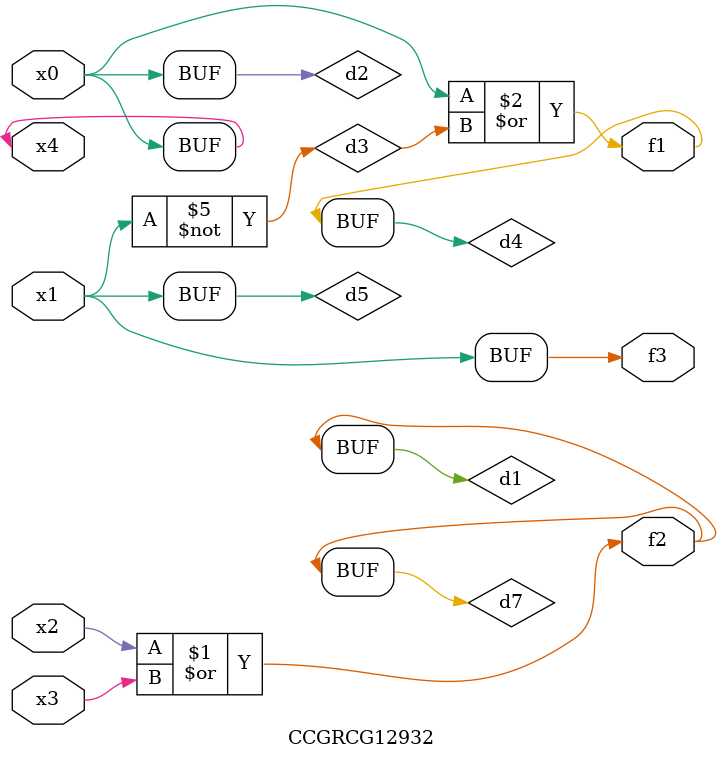
<source format=v>
module CCGRCG12932(
	input x0, x1, x2, x3, x4,
	output f1, f2, f3
);

	wire d1, d2, d3, d4, d5, d6, d7;

	or (d1, x2, x3);
	buf (d2, x0, x4);
	not (d3, x1);
	or (d4, d2, d3);
	not (d5, d3);
	nand (d6, d1, d3);
	or (d7, d1);
	assign f1 = d4;
	assign f2 = d7;
	assign f3 = d5;
endmodule

</source>
